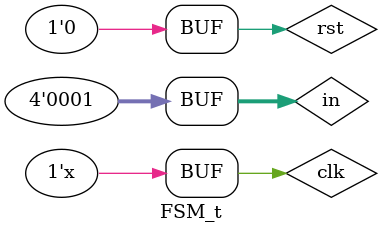
<source format=v>
`timescale 1ns / 1ps


module FSM_t;

    wire freeze_enable;
    wire [2:0]mode;
    reg [3:0]in;
    reg clk;
    reg rst;
    
    FSM uut2(.freeze_enable(freeze_enable),
        .mode(mode),
        .in(in),
        .clk(clk),
        .rst(rst)
        );
        
     initial begin
        clk = 1; rst = 0; in = 4'b0000;
        #0.1 rst = 1;
        #0.1 rst = 0;
        #1 in = 4'b0000;
        #1 in = 4'b1000;
        #1 in = 4'b1100;
        #1 in = 4'b0100;
        #1 in = 4'b0110;
        #1 in = 4'b0010;
        #1 in = 4'b0011;
        #1 in = 4'b0001;
        

        end
        always
        #0.0025 clk = ~clk;

endmodule

</source>
